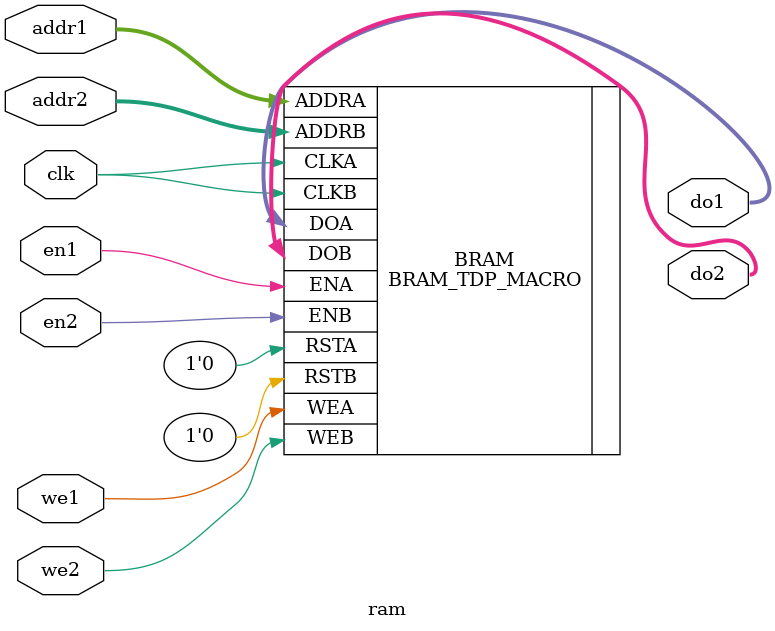
<source format=v>
`default_nettype none

module ram #(
   parameter ROMFILE       = "",
   parameter ADDRESS_WIDTH = 7,
   parameter DATA_WIDTH    = 16,
   parameter ROM_SIZE      = 128
) (
   input wire                          clk,
   input wire                          en1,
   input wire                          en2,
   input wire                          we1,
   input wire                          we2,
   input wire [ADDRESS_WIDTH-1:0]      addr1,
   input wire [ADDRESS_WIDTH-1:0]      addr2,
   output wire signed [DATA_WIDTH-1:0] do1,
   output wire signed [DATA_WIDTH-1:0] do2
);

   // TODO the address and write enable widths are incorrect. See the
   // Xilinx table for how to fix.
   BRAM_TDP_MACRO #(
      .BRAM_SIZE     ("18Kb"),
      .DEVICE        ("7SERIES"),
      .DOA_REG       (0),
      .DOB_REG       (0),
      .WRITE_WIDTH_A (DATA_WIDTH),
      .WRITE_WIDTH_B (DATA_WIDTH),
      .READ_WIDTH_A  (DATA_WIDTH),
      .READ_WIDTH_B  (DATA_WIDTH),
      .INIT_FILE     (ROMFILE),
      .WRITE_MODE_A  ("NO_CHANGE"),
      .WRITE_MODE_B  ("NO_CHANGE")
   ) BRAM (
      .DOA   (do1),
      .DOB   (do2),
      .ADDRA (addr1),
      .ADDRB (addr2),
      .CLKA  (clk),
      .CLKB  (clk),
      .ENA   (en1),
      .ENB   (en2),
      .RSTA  (1'b0),
      .RSTB  (1'b0),
      .WEA   (we1),
      .WEB   (we2)
   );

endmodule // rom
// Local Variables:
// flycheck-verilator-include-path:("/home/matt/.nix-profile/opt/Vivado/2017.2/data/verilog/src/unimacro/"
//                                  "/home/matt/.nix-profile/opt/Vivado/2017.2/data/verilog/src/"
//                                  "/home/matt/.nix-profile/opt/Vivado/2017.2/data/verilog/src/unisims/")
// End:

</source>
